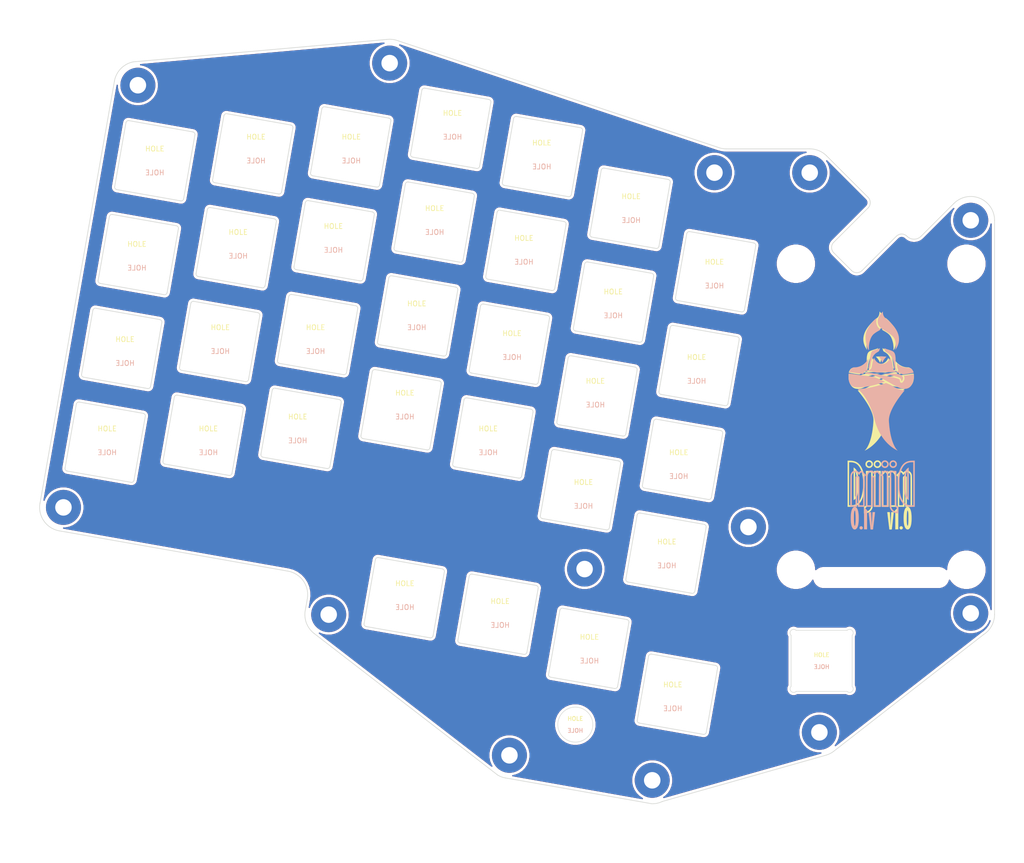
<source format=kicad_pcb>
(kicad_pcb (version 20171130) (host pcbnew "(5.1.7)-1")
  (layers (0 F.Cu signal) (31 B.Cu signal) (34 B.Paste user) (35 F.Paste user) (36 B.SilkS user) (37 F.SilkS user) (38 B.Mask user) (39 F.Mask user) (44 Edge.Cuts user))
  (net 0 "")
  (module DjinnFootprints:Djinn_PlatePCB (layer F.Cu) (at 0 0)
    (fp_text reference PLATE1)
    (fp_text value "Plate Footprint")
    (fp_line (start 159.799839 8.538703) (end 153.245099 15.093442) (layer Edge.Cuts) (width 0.12))
    (fp_line (start 135.786187 18.410219) (end 139.32172 21.945756) (layer Edge.Cuts) (width 0.12))
    (fp_line (start 135.659223 118.173103) (end 165.712289 94.762214) (layer Edge.Cuts) (width 0.12))
    (fp_line (start 70.120878 123.423677) (end 99.392668 128.585082) (layer Edge.Cuts) (width 0.12))
    (fp_line (start 141.44304 21.945755) (end 148.295353 15.093442) (layer Edge.Cuts) (width 0.12))
    (fp_line (start 135.786188 16.288898) (end 142.638499 9.436587) (layer Edge.Cuts) (width 0.12))
    (fp_line (start 8.022366 -5.185713) (end 5.76494 7.616787) (layer Edge.Cuts) (width 0.12))
    (fp_line (start -5.185713 -8.022366) (end 7.616788 -5.76494) (layer Edge.Cuts) (width 0.12))
    (fp_line (start -5.764942 -7.616787) (end -8.022366 5.185713) (layer Edge.Cuts) (width 0.12))
    (fp_line (start -7.616789 5.764941) (end 5.185712 8.022368) (layer Edge.Cuts) (width 0.12))
    (fp_line (start 4.714356 13.574954) (end 2.456928 26.377454) (layer Edge.Cuts) (width 0.12))
    (fp_line (start -8.493726 10.738299) (end 4.308776 12.995726) (layer Edge.Cuts) (width 0.12))
    (fp_line (start -9.072954 11.143879) (end -11.330378 23.94638) (layer Edge.Cuts) (width 0.12))
    (fp_line (start -10.924799 24.525608) (end 1.877702 26.783033) (layer Edge.Cuts) (width 0.12))
    (fp_line (start 1.406343 32.335619) (end -0.851082 45.138121) (layer Edge.Cuts) (width 0.12))
    (fp_line (start -11.801737 29.498968) (end 1.000763 31.756391) (layer Edge.Cuts) (width 0.12))
    (fp_line (start -12.380966 29.904546) (end -14.638392 42.707046) (layer Edge.Cuts) (width 0.12))
    (fp_line (start -14.232811 43.286274) (end -1.43031 45.543701) (layer Edge.Cuts) (width 0.12))
    (fp_line (start -1.901669 51.096286) (end -4.159096 63.898788) (layer Edge.Cuts) (width 0.12))
    (fp_line (start -15.109748 48.259632) (end -2.307248 50.517059) (layer Edge.Cuts) (width 0.12))
    (fp_line (start -15.688976 48.665212) (end -17.9464 61.467713) (layer Edge.Cuts) (width 0.12))
    (fp_line (start -17.540822 62.046942) (end -4.738323 64.304367) (layer Edge.Cuts) (width 0.12))
    (fp_line (start 17.686002 49.714132) (end 15.428575 62.516631) (layer Edge.Cuts) (width 0.12))
    (fp_line (start 4.47792 46.877476) (end 17.280422 49.134905) (layer Edge.Cuts) (width 0.12))
    (fp_line (start 3.898692 47.283057) (end 1.641266 60.085557) (layer Edge.Cuts) (width 0.12))
    (fp_line (start 2.046846 60.664785) (end 14.849348 62.922212) (layer Edge.Cuts) (width 0.12))
    (fp_line (start 20.994013 30.953465) (end 18.736586 43.755967) (layer Edge.Cuts) (width 0.12))
    (fp_line (start 7.785933 28.116811) (end 20.588434 30.374237) (layer Edge.Cuts) (width 0.12))
    (fp_line (start 7.206705 28.522391) (end 4.949279 41.324891) (layer Edge.Cuts) (width 0.12))
    (fp_line (start 5.354857 41.904119) (end 18.157357 44.161547) (layer Edge.Cuts) (width 0.12))
    (fp_line (start 24.302024 12.192799) (end 22.044599 24.995299) (layer Edge.Cuts) (width 0.12))
    (fp_line (start 11.093944 9.356144) (end 23.896444 11.613571) (layer Edge.Cuts) (width 0.12))
    (fp_line (start 10.514717 9.761724) (end 8.25729 22.564225) (layer Edge.Cuts) (width 0.12))
    (fp_line (start 8.662871 23.143453) (end 21.465371 25.400879) (layer Edge.Cuts) (width 0.12))
    (fp_line (start 27.610036 -6.567868) (end 25.352611 6.234633) (layer Edge.Cuts) (width 0.12))
    (fp_line (start 14.401955 -9.404523) (end 27.204457 -7.147096) (layer Edge.Cuts) (width 0.12))
    (fp_line (start 13.822727 -8.998942) (end 11.565302 3.803558) (layer Edge.Cuts) (width 0.12))
    (fp_line (start 11.970882 4.382784) (end 24.773383 6.640211) (layer Edge.Cuts) (width 0.12))
    (fp_line (start 47.197705 -7.950023) (end 44.94028 4.852479) (layer Edge.Cuts) (width 0.12))
    (fp_line (start 33.989626 -10.786676) (end 46.792125 -8.529251) (layer Edge.Cuts) (width 0.12))
    (fp_line (start 33.410397 -10.381099) (end 31.15297 2.421403) (layer Edge.Cuts) (width 0.12))
    (fp_line (start 31.55855 3.000631) (end 44.361052 5.258059) (layer Edge.Cuts) (width 0.12))
    (fp_line (start 43.889695 10.810642) (end 41.632267 23.613144) (layer Edge.Cuts) (width 0.12))
    (fp_line (start 30.681614 7.973989) (end 43.484116 10.231415) (layer Edge.Cuts) (width 0.12))
    (fp_line (start 30.102386 8.379569) (end 27.844961 21.182071) (layer Edge.Cuts) (width 0.12))
    (fp_line (start 28.250539 21.761298) (end 41.053039 24.018724) (layer Edge.Cuts) (width 0.12))
    (fp_line (start 40.581683 29.57131) (end 38.324257 42.373811) (layer Edge.Cuts) (width 0.12))
    (fp_line (start 27.373601 26.734655) (end 40.176102 28.992082) (layer Edge.Cuts) (width 0.12))
    (fp_line (start 26.794373 27.140236) (end 24.536947 39.942736) (layer Edge.Cuts) (width 0.12))
    (fp_line (start 24.942528 40.521964) (end 37.745029 42.77939) (layer Edge.Cuts) (width 0.12))
    (fp_line (start 37.27367 48.331979) (end 35.016245 61.134477) (layer Edge.Cuts) (width 0.12))
    (fp_line (start 24.065591 45.495322) (end 36.868089 47.752749) (layer Edge.Cuts) (width 0.12))
    (fp_line (start 23.486363 45.900904) (end 21.228935 58.703404) (layer Edge.Cuts) (width 0.12))
    (fp_line (start 21.634514 59.28263) (end 34.437017 61.540057) (layer Edge.Cuts) (width 0.12))
    (fp_line (start 57.274841 44.604738) (end 55.017416 57.407239) (layer Edge.Cuts) (width 0.12))
    (fp_line (start 44.066762 41.768083) (end 56.869261 44.02551) (layer Edge.Cuts) (width 0.12))
    (fp_line (start 43.487534 42.173664) (end 41.230106 54.976166) (layer Edge.Cuts) (width 0.12))
    (fp_line (start 41.635686 55.555394) (end 54.438188 57.812818) (layer Edge.Cuts) (width 0.12))
    (fp_line (start 60.582854 25.844071) (end 58.325425 38.646573) (layer Edge.Cuts) (width 0.12))
    (fp_line (start 47.374772 23.007415) (end 60.177274 25.264844) (layer Edge.Cuts) (width 0.12))
    (fp_line (start 46.795544 23.412996) (end 44.538119 36.215498) (layer Edge.Cuts) (width 0.12))
    (fp_line (start 44.943699 36.794726) (end 57.746198 39.052152) (layer Edge.Cuts) (width 0.12))
    (fp_line (start 63.890864 7.083405) (end 61.633438 19.885906) (layer Edge.Cuts) (width 0.12))
    (fp_line (start 50.682785 4.24675) (end 63.485286 6.504177) (layer Edge.Cuts) (width 0.12))
    (fp_line (start 50.103557 4.652331) (end 47.846131 17.454831) (layer Edge.Cuts) (width 0.12))
    (fp_line (start 48.25171 18.03406) (end 61.05421 20.291487) (layer Edge.Cuts) (width 0.12))
    (fp_line (start 67.198877 -11.677261) (end 64.941451 1.12524) (layer Edge.Cuts) (width 0.12))
    (fp_line (start 53.990796 -14.513915) (end 66.793296 -12.256489) (layer Edge.Cuts) (width 0.12))
    (fp_line (start 53.41157 -14.108336) (end 51.154141 -1.305835) (layer Edge.Cuts) (width 0.12))
    (fp_line (start 51.559722 -0.726607) (end 64.362223 1.530819) (layer Edge.Cuts) (width 0.12))
    (fp_line (start 85.546041 -6.024166) (end 83.288616 6.778333) (layer Edge.Cuts) (width 0.12))
    (fp_line (start 72.337963 -8.86082) (end 85.140462 -6.603394) (layer Edge.Cuts) (width 0.12))
    (fp_line (start 71.758734 -8.455241) (end 69.501306 4.34726) (layer Edge.Cuts) (width 0.12))
    (fp_line (start 69.906887 4.926488) (end 82.709389 7.183913) (layer Edge.Cuts) (width 0.12))
    (fp_line (start 82.238028 12.7365) (end 79.980602 25.539001) (layer Edge.Cuts) (width 0.12))
    (fp_line (start 69.02995 9.899846) (end 81.832451 12.157271) (layer Edge.Cuts) (width 0.12))
    (fp_line (start 68.450722 10.305426) (end 66.193296 23.107925) (layer Edge.Cuts) (width 0.12))
    (fp_line (start 66.598873 23.687155) (end 79.401375 25.944581) (layer Edge.Cuts) (width 0.12))
    (fp_line (start 78.930019 31.497168) (end 76.672591 44.299668) (layer Edge.Cuts) (width 0.12))
    (fp_line (start 65.721937 28.660513) (end 78.524439 30.917939) (layer Edge.Cuts) (width 0.12))
    (fp_line (start 65.142709 29.066092) (end 62.885284 41.868593) (layer Edge.Cuts) (width 0.12))
    (fp_line (start 63.290864 42.447821) (end 76.093363 44.705247) (layer Edge.Cuts) (width 0.12))
    (fp_line (start 75.622006 50.257833) (end 73.364581 63.060334) (layer Edge.Cuts) (width 0.12))
    (fp_line (start 62.413926 47.421179) (end 75.216425 49.678605) (layer Edge.Cuts) (width 0.12))
    (fp_line (start 61.8347 47.82676) (end 59.577271 60.62926) (layer Edge.Cuts) (width 0.12))
    (fp_line (start 59.982851 61.208488) (end 72.785353 63.465913) (layer Edge.Cuts) (width 0.12))
    (fp_line (start 93.142168 60.601095) (end 90.884744 73.403596) (layer Edge.Cuts) (width 0.12))
    (fp_line (start 79.934089 57.764438) (end 92.736588 60.021866) (layer Edge.Cuts) (width 0.12))
    (fp_line (start 79.354861 58.17002) (end 77.097433 70.972521) (layer Edge.Cuts) (width 0.12))
    (fp_line (start 77.503013 71.551749) (end 90.305515 73.809176) (layer Edge.Cuts) (width 0.12))
    (fp_line (start 96.450181 41.840427) (end 94.192755 54.642929) (layer Edge.Cuts) (width 0.12))
    (fp_line (start 83.242099 39.003774) (end 96.044602 41.2612) (layer Edge.Cuts) (width 0.12))
    (fp_line (start 82.662871 39.409354) (end 80.405447 52.211855) (layer Edge.Cuts) (width 0.12))
    (fp_line (start 80.811026 52.791083) (end 93.613527 55.048508) (layer Edge.Cuts) (width 0.12))
    (fp_line (start 99.758194 23.079762) (end 97.500765 35.882261) (layer Edge.Cuts) (width 0.12))
    (fp_line (start 86.550112 20.243108) (end 99.352613 22.500534) (layer Edge.Cuts) (width 0.12))
    (fp_line (start 85.970883 20.648688) (end 83.713459 33.451187) (layer Edge.Cuts) (width 0.12))
    (fp_line (start 84.119037 34.030415) (end 96.921539 36.287844) (layer Edge.Cuts) (width 0.12))
    (fp_line (start 103.066203 4.319094) (end 100.808778 17.121596) (layer Edge.Cuts) (width 0.12))
    (fp_line (start 89.858124 1.482443) (end 102.660623 3.739868) (layer Edge.Cuts) (width 0.12))
    (fp_line (start 89.278895 1.888023) (end 87.021468 14.690522) (layer Edge.Cuts) (width 0.12))
    (fp_line (start 87.427048 15.269751) (end 100.229549 17.527176) (layer Edge.Cuts) (width 0.12))
    (fp_line (start 120.172864 17.00744) (end 117.915439 29.809941) (layer Edge.Cuts) (width 0.12))
    (fp_line (start 106.964784 14.170785) (end 119.767284 16.428212) (layer Edge.Cuts) (width 0.12))
    (fp_line (start 106.385556 14.576366) (end 104.12813 27.378868) (layer Edge.Cuts) (width 0.12))
    (fp_line (start 104.53371 27.958093) (end 117.336211 30.215521) (layer Edge.Cuts) (width 0.12))
    (fp_line (start 116.864854 35.768108) (end 114.607427 48.570607) (layer Edge.Cuts) (width 0.12))
    (fp_line (start 103.656772 32.931453) (end 116.459273 35.188878) (layer Edge.Cuts) (width 0.12))
    (fp_line (start 103.077545 33.337031) (end 100.820117 46.139533) (layer Edge.Cuts) (width 0.12))
    (fp_line (start 101.225697 46.718761) (end 114.028199 48.976187) (layer Edge.Cuts) (width 0.12))
    (fp_line (start 113.556841 54.528773) (end 111.299414 67.331274) (layer Edge.Cuts) (width 0.12))
    (fp_line (start 100.348761 51.692118) (end 113.151262 53.949545) (layer Edge.Cuts) (width 0.12))
    (fp_line (start 99.769533 52.097699) (end 97.512107 64.900198) (layer Edge.Cuts) (width 0.12))
    (fp_line (start 97.917686 65.479429) (end 110.720188 67.736855) (layer Edge.Cuts) (width 0.12))
    (fp_line (start 110.24883 73.28944) (end 107.991403 86.091938) (layer Edge.Cuts) (width 0.12))
    (fp_line (start 97.040748 70.452786) (end 109.843251 72.710212) (layer Edge.Cuts) (width 0.12))
    (fp_line (start 96.46152 70.858364) (end 94.204095 83.660866) (layer Edge.Cuts) (width 0.12))
    (fp_line (start 94.609675 84.240094) (end 107.412176 86.49752) (layer Edge.Cuts) (width 0.12))
    (fp_line (start 112.528813 101.498402) (end 110.271386 114.300904) (layer Edge.Cuts) (width 0.12))
    (fp_line (start 99.320732 98.661748) (end 112.123233 100.919174) (layer Edge.Cuts) (width 0.12))
    (fp_line (start 98.741505 99.067326) (end 96.484078 111.869828) (layer Edge.Cuts) (width 0.12))
    (fp_line (start 96.889657 112.449057) (end 109.692157 114.706479) (layer Edge.Cuts) (width 0.12))
    (fp_line (start 94.801899 92.327682) (end 92.544472 105.130183) (layer Edge.Cuts) (width 0.12))
    (fp_line (start 81.593818 89.49103) (end 94.39632 91.748454) (layer Edge.Cuts) (width 0.12))
    (fp_line (start 81.014591 89.896607) (end 78.757165 102.699108) (layer Edge.Cuts) (width 0.12))
    (fp_line (start 79.162745 103.278339) (end 91.965244 105.535762) (layer Edge.Cuts) (width 0.12))
    (fp_line (start 76.661484 85.502046) (end 74.40406 98.304547) (layer Edge.Cuts) (width 0.12))
    (fp_line (start 63.453405 82.665392) (end 76.255906 84.922818) (layer Edge.Cuts) (width 0.12))
    (fp_line (start 62.874177 83.070971) (end 60.61675 95.873472) (layer Edge.Cuts) (width 0.12))
    (fp_line (start 61.02233 96.4527) (end 73.824829 98.710126) (layer Edge.Cuts) (width 0.12))
    (fp_line (start 57.900819 82.194034) (end 55.643393 94.996536) (layer Edge.Cuts) (width 0.12))
    (fp_line (start 44.692739 79.35738) (end 57.495241 81.614806) (layer Edge.Cuts) (width 0.12))
    (fp_line (start 44.113508 79.762961) (end 41.856085 92.56546) (layer Edge.Cuts) (width 0.12))
    (fp_line (start 42.261664 93.144689) (end 55.064165 95.402114) (layer Edge.Cuts) (width 0.12))
    (fp_line (start -8.071867 -15.931257) (end -22.957897 68.491746) (layer Edge.Cuts) (width 0.12))
    (fp_line (start 167.929935 90.736655) (end 167.929935 11.906299) (layer Edge.Cuts) (width 0.12))
    (fp_line (start -4.24979 -19.78699) (end 46.347002 -24.257768) (layer Edge.Cuts) (width 0.12))
    (fp_line (start -19.094752 74.008892) (end 26.63437 82.072191) (layer Edge.Cuts) (width 0.12))
    (fp_line (start 30.497519 87.589337) (end 30.084048 89.934467) (layer Edge.Cuts) (width 0.12))
    (fp_line (start 31.848558 94.519398) (end 68.579175 122.853389) (layer Edge.Cuts) (width 0.12))
    (fp_line (start 48.647644 -23.992395) (end 112.602556 -2.694213) (layer Edge.Cuts) (width 0.12))
    (fp_line (start 134.336896 -0.986336) (end 142.6385 7.315268) (layer Edge.Cuts) (width 0.12))
    (fp_line (start 114.300481 -2.381262) (end 130.969298 -2.38124) (layer Edge.Cuts) (width 0.12))
    (fp_line (start 101.491514 128.129564) (end 134.240182 118.862489) (layer Edge.Cuts) (width 0.12))
    (fp_arc (start 149.356014 16.154102) (end 148.295353 15.093442) (angle 90) (layer Edge.Cuts) (width 0.12))
    (fp_arc (start 141.577839 8.375927) (end 142.638499 9.436587) (angle -90) (layer Edge.Cuts) (width 0.12))
    (fp_arc (start 140.382379 20.885095) (end 141.44304 21.945755) (angle 90) (layer Edge.Cuts) (width 0.12))
    (fp_arc (start 136.846848 17.349559) (end 135.786188 16.288898) (angle -90) (layer Edge.Cuts) (width 0.12))
    (fp_arc (start 163.167435 11.906299) (end 167.929935 11.906299) (angle -135) (layer Edge.Cuts) (width 0.12))
    (fp_arc (start 5.272535 7.529965) (end 5.185712 8.022368) (angle -90) (layer Edge.Cuts) (width 0.12))
    (fp_arc (start 7.529964 -5.272537) (end 8.022366 -5.185713) (angle -90) (layer Edge.Cuts) (width 0.12))
    (fp_arc (start -7.529965 5.272537) (end -8.022366 5.185713) (angle -90) (layer Edge.Cuts) (width 0.12))
    (fp_arc (start -5.272537 -7.529964) (end -5.185713 -8.022366) (angle -90) (layer Edge.Cuts) (width 0.12))
    (fp_arc (start -8.58055 11.230703) (end -8.493726 10.738299) (angle -90) (layer Edge.Cuts) (width 0.12))
    (fp_arc (start -10.837975 24.033204) (end -11.330378 23.94638) (angle -90) (layer Edge.Cuts) (width 0.12))
    (fp_arc (start 4.221951 13.488129) (end 4.714356 13.574954) (angle -90) (layer Edge.Cuts) (width 0.12))
    (fp_arc (start 1.964526 26.29063) (end 1.877702 26.783033) (angle -90) (layer Edge.Cuts) (width 0.12))
    (fp_arc (start -11.888562 29.99137) (end -11.801737 29.498968) (angle -90) (layer Edge.Cuts) (width 0.12))
    (fp_arc (start -14.145988 42.79387) (end -14.638392 42.707046) (angle -90) (layer Edge.Cuts) (width 0.12))
    (fp_arc (start 0.91394 32.248796) (end 1.406343 32.335619) (angle -90) (layer Edge.Cuts) (width 0.12))
    (fp_arc (start -1.343486 45.051298) (end -1.43031 45.543701) (angle -90) (layer Edge.Cuts) (width 0.12))
    (fp_arc (start -15.196572 48.752036) (end -15.109748 48.259632) (angle -90) (layer Edge.Cuts) (width 0.12))
    (fp_arc (start -17.454 61.554537) (end -17.9464 61.467713) (angle -90) (layer Edge.Cuts) (width 0.12))
    (fp_arc (start -2.394071 51.009462) (end -1.901669 51.096286) (angle -90) (layer Edge.Cuts) (width 0.12))
    (fp_arc (start -4.651499 63.811963) (end -4.738323 64.304367) (angle -90) (layer Edge.Cuts) (width 0.12))
    (fp_arc (start 4.391096 47.369881) (end 4.47792 46.877476) (angle -90) (layer Edge.Cuts) (width 0.12))
    (fp_arc (start 2.133671 60.172382) (end 1.641266 60.085557) (angle -90) (layer Edge.Cuts) (width 0.12))
    (fp_arc (start 17.193598 49.627307) (end 17.686002 49.714132) (angle -90) (layer Edge.Cuts) (width 0.12))
    (fp_arc (start 14.936172 62.429808) (end 14.849348 62.922212) (angle -90) (layer Edge.Cuts) (width 0.12))
    (fp_arc (start 7.69911 28.609217) (end 7.785933 28.116811) (angle -90) (layer Edge.Cuts) (width 0.12))
    (fp_arc (start 5.441681 41.411715) (end 4.949279 41.324891) (angle -90) (layer Edge.Cuts) (width 0.12))
    (fp_arc (start 20.501612 30.866641) (end 20.994013 30.953465) (angle -90) (layer Edge.Cuts) (width 0.12))
    (fp_arc (start 18.244182 43.669142) (end 18.157357 44.161547) (angle -90) (layer Edge.Cuts) (width 0.12))
    (fp_arc (start 11.007121 9.848549) (end 11.093944 9.356144) (angle -90) (layer Edge.Cuts) (width 0.12))
    (fp_arc (start 8.749692 22.651048) (end 8.25729 22.564225) (angle -90) (layer Edge.Cuts) (width 0.12))
    (fp_arc (start 23.809619 12.105974) (end 24.302024 12.192799) (angle -90) (layer Edge.Cuts) (width 0.12))
    (fp_arc (start 21.552195 24.908475) (end 21.465371 25.400879) (angle -90) (layer Edge.Cuts) (width 0.12))
    (fp_arc (start 14.315131 -8.912118) (end 14.401955 -9.404523) (angle -90) (layer Edge.Cuts) (width 0.12))
    (fp_arc (start 12.057706 3.890382) (end 11.565302 3.803558) (angle -90) (layer Edge.Cuts) (width 0.12))
    (fp_arc (start 27.117633 -6.654692) (end 27.610036 -6.567868) (angle -90) (layer Edge.Cuts) (width 0.12))
    (fp_arc (start 24.860207 6.147808) (end 24.773383 6.640211) (angle -90) (layer Edge.Cuts) (width 0.12))
    (fp_arc (start 33.902803 -10.294273) (end 33.989626 -10.786676) (angle -90) (layer Edge.Cuts) (width 0.12))
    (fp_arc (start 31.645375 2.508228) (end 31.15297 2.421403) (angle -90) (layer Edge.Cuts) (width 0.12))
    (fp_arc (start 46.705301 -8.036847) (end 47.197705 -7.950023) (angle -90) (layer Edge.Cuts) (width 0.12))
    (fp_arc (start 44.447877 4.765654) (end 44.361052 5.258059) (angle -90) (layer Edge.Cuts) (width 0.12))
    (fp_arc (start 30.59479 8.466392) (end 30.681614 7.973989) (angle -90) (layer Edge.Cuts) (width 0.12))
    (fp_arc (start 28.337365 21.268895) (end 27.844961 21.182071) (angle -90) (layer Edge.Cuts) (width 0.12))
    (fp_arc (start 43.39729 10.723819) (end 43.889695 10.810642) (angle -90) (layer Edge.Cuts) (width 0.12))
    (fp_arc (start 41.139865 23.52632) (end 41.053039 24.018724) (angle -90) (layer Edge.Cuts) (width 0.12))
    (fp_arc (start 27.286777 27.22706) (end 27.373601 26.734655) (angle -90) (layer Edge.Cuts) (width 0.12))
    (fp_arc (start 25.029352 40.02956) (end 24.536947 39.942736) (angle -90) (layer Edge.Cuts) (width 0.12))
    (fp_arc (start 40.08928 29.484486) (end 40.581683 29.57131) (angle -90) (layer Edge.Cuts) (width 0.12))
    (fp_arc (start 37.831854 42.286987) (end 37.745029 42.77939) (angle -90) (layer Edge.Cuts) (width 0.12))
    (fp_arc (start 23.978767 45.987725) (end 24.065591 45.495322) (angle -90) (layer Edge.Cuts) (width 0.12))
    (fp_arc (start 21.721339 58.790227) (end 21.228935 58.703404) (angle -90) (layer Edge.Cuts) (width 0.12))
    (fp_arc (start 36.781267 48.245151) (end 37.27367 48.331979) (angle -90) (layer Edge.Cuts) (width 0.12))
    (fp_arc (start 34.523841 61.047652) (end 34.437017 61.540057) (angle -90) (layer Edge.Cuts) (width 0.12))
    (fp_arc (start 43.979936 42.260489) (end 44.066762 41.768083) (angle -90) (layer Edge.Cuts) (width 0.12))
    (fp_arc (start 41.72251 55.06299) (end 41.230106 54.976166) (angle -90) (layer Edge.Cuts) (width 0.12))
    (fp_arc (start 56.782438 44.517914) (end 57.274841 44.604738) (angle -90) (layer Edge.Cuts) (width 0.12))
    (fp_arc (start 54.525012 57.320415) (end 54.438188 57.812818) (angle -90) (layer Edge.Cuts) (width 0.12))
    (fp_arc (start 47.287948 23.499821) (end 47.374772 23.007415) (angle -90) (layer Edge.Cuts) (width 0.12))
    (fp_arc (start 45.030523 36.302322) (end 44.538119 36.215498) (angle -90) (layer Edge.Cuts) (width 0.12))
    (fp_arc (start 60.09045 25.757248) (end 60.582854 25.844071) (angle -90) (layer Edge.Cuts) (width 0.12))
    (fp_arc (start 57.833023 38.559749) (end 57.746198 39.052152) (angle -90) (layer Edge.Cuts) (width 0.12))
    (fp_arc (start 50.595961 4.739156) (end 50.682785 4.24675) (angle -90) (layer Edge.Cuts) (width 0.12))
    (fp_arc (start 48.338532 17.541655) (end 47.846131 17.454831) (angle -90) (layer Edge.Cuts) (width 0.12))
    (fp_arc (start 63.398464 6.996579) (end 63.890864 7.083405) (angle -90) (layer Edge.Cuts) (width 0.12))
    (fp_arc (start 61.141033 19.799082) (end 61.05421 20.291487) (angle -90) (layer Edge.Cuts) (width 0.12))
    (fp_arc (start 53.903971 -14.021512) (end 53.990796 -14.513915) (angle -90) (layer Edge.Cuts) (width 0.12))
    (fp_arc (start 51.646545 -1.219011) (end 51.154141 -1.305835) (angle -90) (layer Edge.Cuts) (width 0.12))
    (fp_arc (start 66.706472 -11.764087) (end 67.198877 -11.677261) (angle -90) (layer Edge.Cuts) (width 0.12))
    (fp_arc (start 64.449047 1.038416) (end 64.362223 1.530819) (angle -90) (layer Edge.Cuts) (width 0.12))
    (fp_arc (start 72.251136 -8.368417) (end 72.337963 -8.86082) (angle -90) (layer Edge.Cuts) (width 0.12))
    (fp_arc (start 69.99371 4.434083) (end 69.501306 4.34726) (angle -90) (layer Edge.Cuts) (width 0.12))
    (fp_arc (start 85.053637 -6.110991) (end 85.546041 -6.024166) (angle -90) (layer Edge.Cuts) (width 0.12))
    (fp_arc (start 82.796212 6.691511) (end 82.709389 7.183913) (angle -90) (layer Edge.Cuts) (width 0.12))
    (fp_arc (start 68.943125 10.39225) (end 69.02995 9.899846) (angle -90) (layer Edge.Cuts) (width 0.12))
    (fp_arc (start 66.685697 23.194751) (end 66.193296 23.107925) (angle -90) (layer Edge.Cuts) (width 0.12))
    (fp_arc (start 81.745627 12.649676) (end 82.238028 12.7365) (angle -90) (layer Edge.Cuts) (width 0.12))
    (fp_arc (start 79.488199 25.452176) (end 79.401375 25.944581) (angle -90) (layer Edge.Cuts) (width 0.12))
    (fp_arc (start 65.635113 29.152916) (end 65.721937 28.660513) (angle -90) (layer Edge.Cuts) (width 0.12))
    (fp_arc (start 63.377688 41.955417) (end 62.885284 41.868593) (angle -90) (layer Edge.Cuts) (width 0.12))
    (fp_arc (start 78.437615 31.410343) (end 78.930019 31.497168) (angle -90) (layer Edge.Cuts) (width 0.12))
    (fp_arc (start 76.180188 44.212844) (end 76.093363 44.705247) (angle -90) (layer Edge.Cuts) (width 0.12))
    (fp_arc (start 62.327101 47.913584) (end 62.413926 47.421179) (angle -90) (layer Edge.Cuts) (width 0.12))
    (fp_arc (start 60.069676 60.716085) (end 59.577271 60.62926) (angle -90) (layer Edge.Cuts) (width 0.12))
    (fp_arc (start 75.129602 50.171008) (end 75.622006 50.257833) (angle -90) (layer Edge.Cuts) (width 0.12))
    (fp_arc (start 72.872177 62.973509) (end 72.785353 63.465913) (angle -90) (layer Edge.Cuts) (width 0.12))
    (fp_arc (start 79.847264 58.256844) (end 79.934089 57.764438) (angle -90) (layer Edge.Cuts) (width 0.12))
    (fp_arc (start 77.589837 71.059345) (end 77.097433 70.972521) (angle -90) (layer Edge.Cuts) (width 0.12))
    (fp_arc (start 92.649765 60.51427) (end 93.142168 60.601095) (angle -90) (layer Edge.Cuts) (width 0.12))
    (fp_arc (start 90.392339 73.316772) (end 90.305515 73.809176) (angle -90) (layer Edge.Cuts) (width 0.12))
    (fp_arc (start 83.155275 39.496178) (end 83.242099 39.003774) (angle -90) (layer Edge.Cuts) (width 0.12))
    (fp_arc (start 80.89785 52.298679) (end 80.405447 52.211855) (angle -90) (layer Edge.Cuts) (width 0.12))
    (fp_arc (start 95.957777 41.753604) (end 96.450181 41.840427) (angle -90) (layer Edge.Cuts) (width 0.12))
    (fp_arc (start 93.700351 54.556105) (end 93.613527 55.048508) (angle -90) (layer Edge.Cuts) (width 0.12))
    (fp_arc (start 86.463288 20.735511) (end 86.550112 20.243108) (angle -90) (layer Edge.Cuts) (width 0.12))
    (fp_arc (start 84.205862 33.538012) (end 83.713459 33.451187) (angle -90) (layer Edge.Cuts) (width 0.12))
    (fp_arc (start 99.265789 22.992938) (end 99.758194 23.079762) (angle -90) (layer Edge.Cuts) (width 0.12))
    (fp_arc (start 97.00836 35.795439) (end 96.921539 36.287844) (angle -90) (layer Edge.Cuts) (width 0.12))
    (fp_arc (start 89.7713 1.974845) (end 89.858124 1.482443) (angle -90) (layer Edge.Cuts) (width 0.12))
    (fp_arc (start 87.513872 14.777347) (end 87.021468 14.690522) (angle -90) (layer Edge.Cuts) (width 0.12))
    (fp_arc (start 102.5738 4.232271) (end 103.066203 4.319094) (angle -90) (layer Edge.Cuts) (width 0.12))
    (fp_arc (start 100.316374 17.034772) (end 100.229549 17.527176) (angle -90) (layer Edge.Cuts) (width 0.12))
    (fp_arc (start 106.877959 14.663191) (end 106.964784 14.170785) (angle -90) (layer Edge.Cuts) (width 0.12))
    (fp_arc (start 104.620534 27.465689) (end 104.12813 27.378868) (angle -90) (layer Edge.Cuts) (width 0.12))
    (fp_arc (start 119.680461 16.920616) (end 120.172864 17.00744) (angle -90) (layer Edge.Cuts) (width 0.12))
    (fp_arc (start 117.423036 29.723118) (end 117.336211 30.215521) (angle -90) (layer Edge.Cuts) (width 0.12))
    (fp_arc (start 103.569949 33.423855) (end 103.656772 32.931453) (angle -90) (layer Edge.Cuts) (width 0.12))
    (fp_arc (start 101.312521 46.226357) (end 100.820117 46.139533) (angle -90) (layer Edge.Cuts) (width 0.12))
    (fp_arc (start 116.372449 35.681282) (end 116.864854 35.768108) (angle -90) (layer Edge.Cuts) (width 0.12))
    (fp_arc (start 114.115023 48.483784) (end 114.028199 48.976187) (angle -90) (layer Edge.Cuts) (width 0.12))
    (fp_arc (start 100.261937 52.184524) (end 100.348761 51.692118) (angle -90) (layer Edge.Cuts) (width 0.12))
    (fp_arc (start 98.004512 64.987023) (end 97.512107 64.900198) (angle -90) (layer Edge.Cuts) (width 0.12))
    (fp_arc (start 113.064438 54.441949) (end 113.556841 54.528773) (angle -90) (layer Edge.Cuts) (width 0.12))
    (fp_arc (start 110.80701 67.24445) (end 110.720188 67.736855) (angle -90) (layer Edge.Cuts) (width 0.12))
    (fp_arc (start 96.953924 70.945189) (end 97.040748 70.452786) (angle -90) (layer Edge.Cuts) (width 0.12))
    (fp_arc (start 94.696499 83.74769) (end 94.204095 83.660866) (angle -90) (layer Edge.Cuts) (width 0.12))
    (fp_arc (start 109.756426 73.202616) (end 110.24883 73.28944) (angle -90) (layer Edge.Cuts) (width 0.12))
    (fp_arc (start 107.498998 86.005117) (end 107.412176 86.49752) (angle -90) (layer Edge.Cuts) (width 0.12))
    (fp_arc (start 99.233908 99.154152) (end 99.320732 98.661748) (angle -90) (layer Edge.Cuts) (width 0.12))
    (fp_arc (start 96.976484 111.956653) (end 96.484078 111.869828) (angle -90) (layer Edge.Cuts) (width 0.12))
    (fp_arc (start 112.036409 101.411578) (end 112.528813 101.498402) (angle -90) (layer Edge.Cuts) (width 0.12))
    (fp_arc (start 109.778983 114.214079) (end 109.692157 114.706479) (angle -90) (layer Edge.Cuts) (width 0.12))
    (fp_arc (start 81.506997 89.983431) (end 81.593818 89.49103) (angle -90) (layer Edge.Cuts) (width 0.12))
    (fp_arc (start 79.249567 102.785932) (end 78.757165 102.699108) (angle -90) (layer Edge.Cuts) (width 0.12))
    (fp_arc (start 94.309496 92.240858) (end 94.801899 92.327682) (angle -90) (layer Edge.Cuts) (width 0.12))
    (fp_arc (start 92.052069 105.043359) (end 91.965244 105.535762) (angle -90) (layer Edge.Cuts) (width 0.12))
    (fp_arc (start 63.366581 83.157795) (end 63.453405 82.665392) (angle -90) (layer Edge.Cuts) (width 0.12))
    (fp_arc (start 61.109153 95.960297) (end 60.61675 95.873472) (angle -90) (layer Edge.Cuts) (width 0.12))
    (fp_arc (start 76.169081 85.415224) (end 76.661484 85.502046) (angle -90) (layer Edge.Cuts) (width 0.12))
    (fp_arc (start 73.911654 98.217723) (end 73.824829 98.710126) (angle -90) (layer Edge.Cuts) (width 0.12))
    (fp_arc (start 44.605916 79.849784) (end 44.692739 79.35738) (angle -90) (layer Edge.Cuts) (width 0.12))
    (fp_arc (start 42.348488 92.652285) (end 41.856085 92.56546) (angle -90) (layer Edge.Cuts) (width 0.12))
    (fp_arc (start 57.408416 82.107209) (end 57.900819 82.194034) (angle -90) (layer Edge.Cuts) (width 0.12))
    (fp_arc (start 55.150989 94.909711) (end 55.064165 95.402114) (angle -90) (layer Edge.Cuts) (width 0.12))
    (fp_arc (start 163.167436 90.736656) (end 167.929935 90.736655) (angle 57.70000316) (layer Edge.Cuts) (width 0.12))
    (fp_arc (start -18.267752 69.318746) (end -22.957897 68.491746) (angle -90) (layer Edge.Cuts) (width 0.12))
    (fp_arc (start -3.3817 -15.104253) (end -8.071867 -15.931257) (angle 69.49766911) (layer Edge.Cuts) (width 0.12))
    (fp_arc (start 46.966766 -19.525432) (end 46.347002 -24.257768) (angle 28.08206252) (layer Edge.Cuts) (width 0.12))
    (fp_arc (start 34.774194 90.761467) (end 30.084048 89.934467) (angle -62.09843128) (layer Edge.Cuts) (width 0.12))
    (fp_arc (start 25.807371 86.762339) (end 30.497519 87.589337) (angle -90) (layer Edge.Cuts) (width 0.12))
    (fp_arc (start 130.9693 2.381261) (end 130.969298 -2.38124) (angle 45) (layer Edge.Cuts) (width 0.12))
    (fp_arc (start 99.473603 123.894915) (end 99.392668 128.585082) (angle -26.46752477) (layer Edge.Cuts) (width 0.12))
    (fp_arc (start 70.919102 118.89672) (end 70.120878 123.423677) (angle 20.59956424) (layer Edge.Cuts) (width 0.12))
    (fp_arc (start 114.30048 -7.14378) (end 114.300481 -2.381262) (angle 20.88650426) (layer Edge.Cuts) (width 0.12))
    (fp_arc (start 151.830884 13.679227) (end 150.416673 15.093442) (angle -90) (layer Edge.Cuts) (width 0.12))
    (fp_arc (start 132.900881 114.30048) (end 134.240182 118.862489) (angle -19.1) (layer Edge.Cuts) (width 0.12))
    (pad ~ thru_hole circle (at 46.966766 -19.525432 350) (size 7 7) (drill 3.3) (layers *.Cu *.Mask))
    (pad ~ thru_hole circle (at 99.473603 123.894915 350) (size 7 7) (drill 3.3) (layers *.Cu *.Mask))
    (pad ~ thru_hole circle (at 163.167435 90.48788) (size 7 7) (drill 3.3) (layers *.Cu *.Mask))
    (pad ~ thru_hole circle (at 34.774198 90.761447 350) (size 7 7) (drill 3.3) (layers *.Cu *.Mask))
    (pad ~ thru_hole circle (at 163.167435 11.906299) (size 7 7) (drill 3.3) (layers *.Cu *.Mask))
    (pad 1 thru_hole circle (at 111.91922 2.381261) (size 7 7) (drill 3.3) (layers *.Cu *.Mask))
    (pad 1 thru_hole circle (at 130.9693 2.38126 270) (size 7 7) (drill 3.3) (layers *.Cu *.Mask))
    (pad ~ thru_hole circle (at 85.949668 81.650102 350) (size 7 7) (drill 3.3) (layers *.Cu *.Mask))
    (pad ~ thru_hole circle (at -3.3817 -15.104253 350) (size 7 7) (drill 3.3) (layers *.Cu *.Mask))
    (pad ~ thru_hole circle (at -18.267752 69.318746 350) (size 7 7) (drill 3.3) (layers *.Cu *.Mask))
    (pad ~ thru_hole circle (at 118.708259 73.245522) (size 7 7) (drill 3.3) (layers *.Cu *.Mask))
    (pad ~ thru_hole circle (at 70.919102 118.89672 350) (size 7 7) (drill 3.3) (layers *.Cu *.Mask))
    (pad ~ thru_hole circle (at 132.900881 114.30048 270) (size 7 7) (drill 3.3) (layers *.Cu *.Mask))
  )
  (module reversible-kicad-footprints:EC11_Switch_Cutout (layer F.Cu) (at 133.35056 100.01292)
    (fp_text reference ENC1)
    (fp_text value "Encoder Cutout")
    (fp_line (start 6.1 -5.1) (end 6.1 5.1) (layer Edge.Cuts) (width 0.1))
    (fp_line (start 5.1 6.1) (end -5.1 6.1) (layer Edge.Cuts) (width 0.1))
    (fp_line (start -6.1 5.1) (end -6.1 -5.1) (layer Edge.Cuts) (width 0.1))
    (fp_line (start -5.1 -6.1) (end 5.1 -6.1) (layer Edge.Cuts) (width 0.1))
    (fp_text user HOLE (at 0 -1.19063) (layer F.SilkS) (effects (font (size 0.8128 0.8128) (thickness 0.1524))))
    (fp_text user HOLE (at 0 1.19063) (layer B.SilkS) (effects (font (size 0.8128 0.8128) (thickness 0.1524)) (justify mirror)))
    (fp_arc (start 5.6 -5.6) (end 5.1 -6.1) (angle 180) (layer Edge.Cuts) (width 0.1))
    (fp_arc (start 5.6 5.6) (end 6.1 5.1) (angle 180) (layer Edge.Cuts) (width 0.1))
    (fp_arc (start -5.6 5.6) (end -5.1 6.1) (angle 180) (layer Edge.Cuts) (width 0.1))
    (fp_arc (start -5.6 -5.6) (end -6.1 -5.1) (angle 180) (layer Edge.Cuts) (width 0.1))
  )
  (module reversible-kicad-footprints:5Way-K1-1506DN-01_Cutout (layer F.Cu) (at 84.091773 112.756439)
    (fp_text reference DPAD1 hide)
    (fp_text value "D-Pad Cutout")
    (fp_circle (center 0 0) (end 3.5 0) (layer Edge.Cuts) (width 0.1))
    (fp_text user HOLE (at 0 1.19063) (layer B.SilkS) (effects (font (size 0.8128 0.8128) (thickness 0.1524)) (justify mirror)))
    (fp_text user HOLE (at 0 -1.19063) (layer F.SilkS) (effects (font (size 0.8128 0.8128) (thickness 0.1524))))
  )
  (module DjinnFootprints:LCD-ILI9341-2.2in_Cutout (layer F.Cu) (at 145.25686 51.19709)
    (fp_text reference LCD1)
    (fp_text value "LCD Cutout")
    (fp_text user HOLE (at 2.38126 32.14701) (layer B.SilkS) (effects (font (size 0.8128 0.8128) (thickness 0.1524)) (justify mirror)))
    (fp_text user HOLE (at -2.38126 32.14701) (layer F.SilkS) (effects (font (size 0.8128 0.8128) (thickness 0.1524))))
    (pad "" np_thru_hole oval (at 0 32.14701) (size 26.2 3.2) (drill oval 26.2 3.2) (layers *.Cu *.Mask) (clearance 0.3))
    (pad "" np_thru_hole circle (at 17.05 30.6 90) (size 5.5 5.5) (drill 5.5) (layers *.Cu *.Mask) (clearance 1.1))
    (pad "" np_thru_hole circle (at -17.05 -30.6) (size 5.5 5.5) (drill 5.5) (layers *.Cu *.Mask) (clearance 1.1))
    (pad "" np_thru_hole circle (at -17.05 30.6) (size 5.5 5.5) (drill 5.5) (layers *.Cu *.Mask) (clearance 1.1))
    (pad "" np_thru_hole circle (at 17.05 -30.6) (size 5.5 5.5) (drill 5.5) (layers *.Cu *.Mask) (clearance 1.1))
  )
  (module DjinnFootprints:DjinnNameVer (layer B.Cu) (at 145.25686 66.67528 180)
    (fp_text reference LOGO6 hide)
    (fp_text value "Djinn Name+Ver" hide)
  )
  (module DjinnFootprints:DjinnNameVer (layer F.Cu) (at 145.25686 66.67528)
    (fp_text reference LOGO5 hide)
    (fp_text value "Djinn Name+Ver" hide)
  )
  (module DjinnFootprints:DjinnLogo (layer B.Cu) (at 145.25686 44.05331 180)
    (fp_text reference LOGO4 hide)
    (fp_text value "Djinn Logo" hide)
  )
  (module DjinnFootprints:DjinnLogo (layer F.Cu) (at 145.25686 44.05331)
    (fp_text reference LOGO3 hide)
    (fp_text value "Djinn Logo" hide)
  )
  (gr_text HOLE (at 103.58481 104.77544) (layer F.SilkS) (effects (font (size 1 1))))
  (gr_text HOLE (at 103.58481 109.53796) (layer B.SilkS) (effects (font (size 1 1)) (justify mirror)))
  (gr_text HOLE (at 86.91599 95.2504) (layer F.SilkS) (effects (font (size 1 1))))
  (gr_text HOLE (at 86.91599 100.01292) (layer B.SilkS) (effects (font (size 1 1)) (justify mirror)))
  (gr_text HOLE (at 69.05654 88.10662) (layer F.SilkS) (effects (font (size 1 1))))
  (gr_text HOLE (at 69.05654 92.86914) (layer B.SilkS) (effects (font (size 1 1)) (justify mirror)))
  (gr_text HOLE (at 50.00646 84.53473) (layer F.SilkS) (effects (font (size 1 1))))
  (gr_text HOLE (at 50.00646 89.29725) (layer B.SilkS) (effects (font (size 1 1)) (justify mirror)))
  (gr_text HOLE (at 102.39418 76.20032) (layer F.SilkS) (effects (font (size 1 1))))
  (gr_text HOLE (at 102.39418 80.96284) (layer B.SilkS) (effects (font (size 1 1)) (justify mirror)))
  (gr_text HOLE (at 104.77544 58.34087) (layer F.SilkS) (effects (font (size 1 1))))
  (gr_text HOLE (at 104.77544 63.10339) (layer B.SilkS) (effects (font (size 1 1)) (justify mirror)))
  (gr_text HOLE (at 108.34733 39.29079) (layer F.SilkS) (effects (font (size 1 1))))
  (gr_text HOLE (at 108.34733 44.05331) (layer B.SilkS) (effects (font (size 1 1)) (justify mirror)))
  (gr_text HOLE (at 111.91922 20.24071) (layer F.SilkS) (effects (font (size 1 1))))
  (gr_text HOLE (at 111.91922 25.00323) (layer B.SilkS) (effects (font (size 1 1)) (justify mirror)))
  (gr_text HOLE (at 95.2504 7.14378) (layer F.SilkS) (effects (font (size 1 1))))
  (gr_text HOLE (at 95.2504 11.9063) (layer B.SilkS) (effects (font (size 1 1)) (justify mirror)))
  (gr_text HOLE (at 91.67851 26.19386) (layer F.SilkS) (effects (font (size 1 1))))
  (gr_text HOLE (at 91.67851 30.95638) (layer B.SilkS) (effects (font (size 1 1)) (justify mirror)))
  (gr_text HOLE (at 88.10662 44.05331) (layer F.SilkS) (effects (font (size 1 1))))
  (gr_text HOLE (at 88.10662 48.81583) (layer B.SilkS) (effects (font (size 1 1)) (justify mirror)))
  (gr_text HOLE (at 85.72536 64.29402) (layer F.SilkS) (effects (font (size 1 1))))
  (gr_text HOLE (at 85.72536 69.05654) (layer B.SilkS) (effects (font (size 1 1)) (justify mirror)))
  (gr_text HOLE (at 66.67528 53.57835) (layer F.SilkS) (effects (font (size 1 1))))
  (gr_text HOLE (at 66.67528 58.34087) (layer B.SilkS) (effects (font (size 1 1)) (justify mirror)))
  (gr_text HOLE (at 71.4378 34.52827) (layer F.SilkS) (effects (font (size 1 1))))
  (gr_text HOLE (at 71.4378 39.29079) (layer B.SilkS) (effects (font (size 1 1)) (justify mirror)))
  (gr_text HOLE (at 73.81906 15.47819) (layer F.SilkS) (effects (font (size 1 1))))
  (gr_text HOLE (at 73.81906 20.24071) (layer B.SilkS) (effects (font (size 1 1)) (justify mirror)))
  (gr_text HOLE (at 77.39095 -3.57189) (layer F.SilkS) (effects (font (size 1 1))))
  (gr_text HOLE (at 77.39095 1.19063) (layer B.SilkS) (effects (font (size 1 1)) (justify mirror)))
  (gr_text HOLE (at 59.5315 -9.52504) (layer F.SilkS) (effects (font (size 1 1))))
  (gr_text HOLE (at 59.5315 -4.76252) (layer B.SilkS) (effects (font (size 1 1)) (justify mirror)))
  (gr_text HOLE (at 55.95961 9.52504) (layer F.SilkS) (effects (font (size 1 1))))
  (gr_text HOLE (at 55.95961 14.28756) (layer B.SilkS) (effects (font (size 1 1)) (justify mirror)))
  (gr_text HOLE (at 52.38772 28.57512) (layer F.SilkS) (effects (font (size 1 1))))
  (gr_text HOLE (at 52.38772 33.33764) (layer B.SilkS) (effects (font (size 1 1)) (justify mirror)))
  (gr_text HOLE (at 50.00646 46.43457) (layer F.SilkS) (effects (font (size 1 1))))
  (gr_text HOLE (at 50.00646 51.19709) (layer B.SilkS) (effects (font (size 1 1)) (justify mirror)))
  (gr_text HOLE (at 28.57512 51.19709) (layer F.SilkS) (effects (font (size 1 1))))
  (gr_text HOLE (at 28.57512 55.95961) (layer B.SilkS) (effects (font (size 1 1)) (justify mirror)))
  (gr_text HOLE (at 32.14701 33.33764) (layer F.SilkS) (effects (font (size 1 1))))
  (gr_text HOLE (at 32.14701 38.10016) (layer B.SilkS) (effects (font (size 1 1)) (justify mirror)))
  (gr_text HOLE (at 35.7189 13.09693) (layer F.SilkS) (effects (font (size 1 1))))
  (gr_text HOLE (at 35.7189 17.85945) (layer B.SilkS) (effects (font (size 1 1)) (justify mirror)))
  (gr_text HOLE (at 39.29079 -4.76252) (layer F.SilkS) (effects (font (size 1 1))))
  (gr_text HOLE (at 39.29079 0) (layer B.SilkS) (effects (font (size 1 1)) (justify mirror)))
  (gr_text HOLE (at 20.24071 -4.76252) (layer F.SilkS) (effects (font (size 1 1))))
  (gr_text HOLE (at 20.24071 0) (layer B.SilkS) (effects (font (size 1 1)) (justify mirror)))
  (gr_text HOLE (at 16.66882 14.28756) (layer F.SilkS) (effects (font (size 1 1))))
  (gr_text HOLE (at 16.66882 19.05008) (layer B.SilkS) (effects (font (size 1 1)) (justify mirror)))
  (gr_text HOLE (at 13.09693 33.33764) (layer F.SilkS) (effects (font (size 1 1))))
  (gr_text HOLE (at 13.09693 38.10016) (layer B.SilkS) (effects (font (size 1 1)) (justify mirror)))
  (gr_text HOLE (at 10.71567 53.57835) (layer F.SilkS) (effects (font (size 1 1))))
  (gr_text HOLE (at 10.71567 58.34087) (layer B.SilkS) (effects (font (size 1 1)) (justify mirror)))
  (gr_text HOLE (at -9.52504 53.57835) (layer F.SilkS) (effects (font (size 1 1))))
  (gr_text HOLE (at -9.52504 58.34087) (layer B.SilkS) (effects (font (size 1 1)) (justify mirror)))
  (gr_text HOLE (at -5.95315 35.7189) (layer F.SilkS) (effects (font (size 1 1))))
  (gr_text HOLE (at -5.95315 40.48142) (layer B.SilkS) (effects (font (size 1 1)) (justify mirror)))
  (gr_text HOLE (at -3.57189 16.66882) (layer F.SilkS) (effects (font (size 1 1))))
  (gr_text HOLE (at -3.57189 21.43134) (layer B.SilkS) (effects (font (size 1 1)) (justify mirror)))
  (gr_text HOLE (at 0 2.38126) (layer B.SilkS) (effects (font (size 1 1)) (justify mirror)))
  (gr_text HOLE (at 0 -2.38126) (layer F.SilkS) (effects (font (size 1 1))))
  (zone (net 0) (net_name "") (layer F.Cu) (connect_pads (clearance 0.508)) (min_thickness 0.254) (fill yes (arc_segments 32) (thermal_gap 0.508) (thermal_bridge_width 0.508))
    (polygon (pts (xy 173.83198 140.49434) (xy -30.95638 140.49434) (xy -30.95638 -32.14701) (xy 173.83198 -32.14701)))
  )
  (zone (net 0) (net_name "") (layer B.Cu) (connect_pads (clearance 0.508)) (min_thickness 0.254) (fill yes (arc_segments 32) (thermal_gap 0.508) (thermal_bridge_width 0.508))
    (polygon (pts (xy 173.83198 140.49434) (xy -30.95638 140.49434) (xy -30.95638 -32.14701) (xy 173.83198 -32.14701)))
  )
)
</source>
